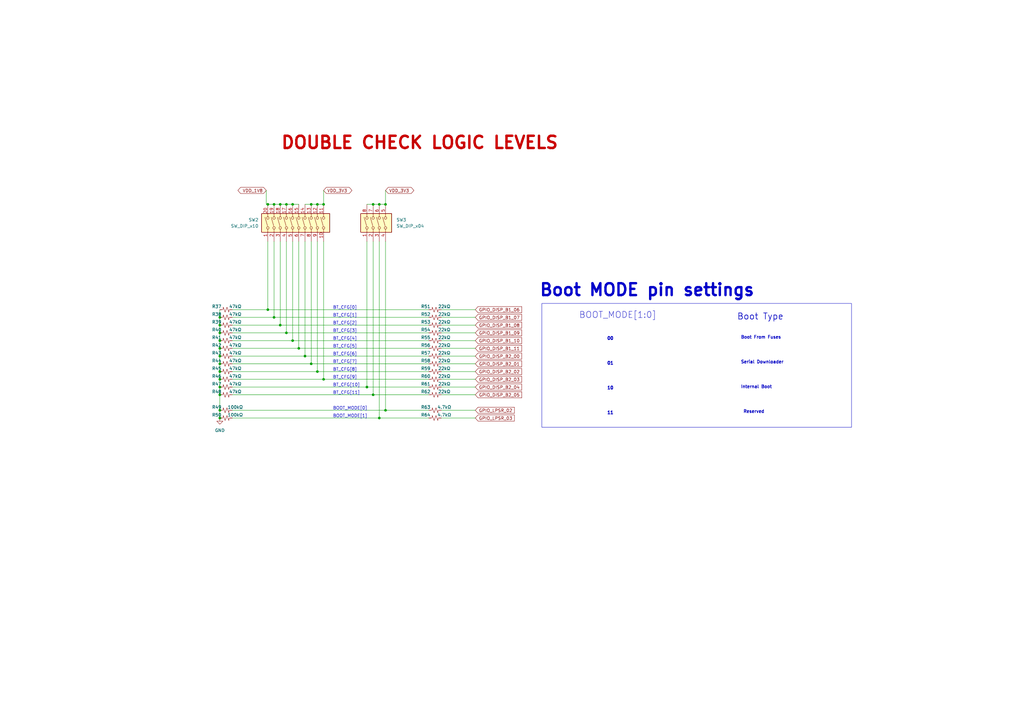
<source format=kicad_sch>
(kicad_sch (version 20231120) (generator "eeschema") (generator_version "8.0")
  (paper "A3")
  (title_block (title "Soldermander") (date "2024-02-27") (rev "1.0") (company "Stanford Student Space Initiative") (comment 1 "RE: Flynn Dreilinger"))
  (lib_symbols
    (symbol "Device:R_Small_US" (pin_numbers hide) (pin_names (offset 0.254) hide)
      (property "Reference" "R" (at 0.762 0.508 0))
      (property "Value" "R_Small_US" (at 0.762 -1.016 0))
      (symbol "R_Small_US_1_1"
        (polyline (pts (xy 0 0) (xy 1.016 -0.381) (xy 0 -0.762) (xy -1.016 -1.143) (xy 0 -1.27)))
        (polyline (pts (xy 0 1.27) (xy 1.016 1.143) (xy 0 0.762) (xy -1.016 0.381) (xy 0 0)))
        (pin passive line (at 0 2.54 270) (length 1.016) (name "~") (number "1"))
        (pin passive line (at 0 -2.54 90) (length 1.016) (name "~") (number "2"))
      )
    )
    (symbol "Switch:SW_DIP_x04" (pin_names (offset 0) hide)
      (property "Reference" "SW" (at 0 8.89 0))
      (property "Value" "SW_DIP_x04" (at 0 -6.35 0))
      (symbol "SW_DIP_x04_0_0"
        (circle (center -2.032 -2.54) (radius 0.508))
        (circle (center -2.032 0) (radius 0.508))
        (circle (center -2.032 2.54) (radius 0.508))
        (circle (center -2.032 5.08) (radius 0.508))
        (polyline (pts (xy -1.27 -2.3876) (xy 2.3622 -1.3462)))
        (polyline (pts (xy -1.27 0.127) (xy 2.3622 1.1684)))
        (polyline (pts (xy -1.27 2.667) (xy 2.3622 3.7084)))
        (polyline (pts (xy -1.27 5.207) (xy 2.3622 6.2484)))
        (circle (center 2.032 -2.54) (radius 0.508))
        (circle (center 2.032 0) (radius 0.508))
        (circle (center 2.032 2.54) (radius 0.508))
        (circle (center 2.032 5.08) (radius 0.508))
      )
      (symbol "SW_DIP_x04_0_1"
        (rectangle (start -3.81 7.62) (end 3.81 -5.08) (stroke (width 0.254)) (fill (type background)))
      )
      (symbol "SW_DIP_x04_1_1"
        (pin passive line (at -7.62 5.08 0) (length 5.08) (name "~") (number "1"))
        (pin passive line (at -7.62 2.54 0) (length 5.08) (name "~") (number "2"))
        (pin passive line (at -7.62 0 0) (length 5.08) (name "~") (number "3"))
        (pin passive line (at -7.62 -2.54 0) (length 5.08) (name "~") (number "4"))
        (pin passive line (at 7.62 -2.54 180) (length 5.08) (name "~") (number "5"))
        (pin passive line (at 7.62 0 180) (length 5.08) (name "~") (number "6"))
        (pin passive line (at 7.62 2.54 180) (length 5.08) (name "~") (number "7"))
        (pin passive line (at 7.62 5.08 180) (length 5.08) (name "~") (number "8"))
      )
    )
    (symbol "Switch:SW_DIP_x10" (pin_names (offset 0) hide)
      (property "Reference" "SW" (at 0 16.51 0))
      (property "Value" "SW_DIP_x10" (at 0 -13.97 0))
      (symbol "SW_DIP_x10_0_0"
        (circle (center -2.032 -10.16) (radius 0.508))
        (circle (center -2.032 -7.62) (radius 0.508))
        (circle (center -2.032 -5.08) (radius 0.508))
        (circle (center -2.032 -2.54) (radius 0.508))
        (circle (center -2.032 0) (radius 0.508))
        (circle (center -2.032 2.54) (radius 0.508))
        (circle (center -2.032 5.08) (radius 0.508))
        (circle (center -2.032 7.62) (radius 0.508))
        (circle (center -2.032 10.16) (radius 0.508))
        (circle (center -2.032 12.7) (radius 0.508))
        (polyline (pts (xy -1.27 -10.0076) (xy 2.3622 -8.9662)))
        (polyline (pts (xy -1.27 -7.4676) (xy 2.3622 -6.4262)))
        (polyline (pts (xy -1.27 -4.9276) (xy 2.3622 -3.8862)))
        (polyline (pts (xy -1.27 -2.3876) (xy 2.3622 -1.3462)))
        (polyline (pts (xy -1.27 0.127) (xy 2.3622 1.1684)))
        (polyline (pts (xy -1.27 2.667) (xy 2.3622 3.7084)))
        (polyline (pts (xy -1.27 5.207) (xy 2.3622 6.2484)))
        (polyline (pts (xy -1.27 7.747) (xy 2.3622 8.7884)))
        (polyline (pts (xy -1.27 10.287) (xy 2.3622 11.3284)))
        (polyline (pts (xy -1.27 12.827) (xy 2.3622 13.8684)))
        (circle (center 2.032 -10.16) (radius 0.508))
        (circle (center 2.032 -7.62) (radius 0.508))
        (circle (center 2.032 -5.08) (radius 0.508))
        (circle (center 2.032 -2.54) (radius 0.508))
        (circle (center 2.032 0) (radius 0.508))
        (circle (center 2.032 2.54) (radius 0.508))
        (circle (center 2.032 5.08) (radius 0.508))
        (circle (center 2.032 7.62) (radius 0.508))
        (circle (center 2.032 10.16) (radius 0.508))
        (circle (center 2.032 12.7) (radius 0.508))
      )
      (symbol "SW_DIP_x10_0_1"
        (rectangle (start -3.81 15.24) (end 3.81 -12.7) (stroke (width 0.254)) (fill (type background)))
      )
      (symbol "SW_DIP_x10_1_1"
        (pin passive line (at -7.62 12.7 0) (length 5.08) (name "~") (number "1"))
        (pin passive line (at -7.62 -10.16 0) (length 5.08) (name "~") (number "10"))
        (pin passive line (at 7.62 -10.16 180) (length 5.08) (name "~") (number "11"))
        (pin passive line (at 7.62 -7.62 180) (length 5.08) (name "~") (number "12"))
        (pin passive line (at 7.62 -5.08 180) (length 5.08) (name "~") (number "13"))
        (pin passive line (at 7.62 -2.54 180) (length 5.08) (name "~") (number "14"))
        (pin passive line (at 7.62 0 180) (length 5.08) (name "~") (number "15"))
        (pin passive line (at 7.62 2.54 180) (length 5.08) (name "~") (number "16"))
        (pin passive line (at 7.62 5.08 180) (length 5.08) (name "~") (number "17"))
        (pin passive line (at 7.62 7.62 180) (length 5.08) (name "~") (number "18"))
        (pin passive line (at 7.62 10.16 180) (length 5.08) (name "~") (number "19"))
        (pin passive line (at -7.62 10.16 0) (length 5.08) (name "~") (number "2"))
        (pin passive line (at 7.62 12.7 180) (length 5.08) (name "~") (number "20"))
        (pin passive line (at -7.62 7.62 0) (length 5.08) (name "~") (number "3"))
        (pin passive line (at -7.62 5.08 0) (length 5.08) (name "~") (number "4"))
        (pin passive line (at -7.62 2.54 0) (length 5.08) (name "~") (number "5"))
        (pin passive line (at -7.62 0 0) (length 5.08) (name "~") (number "6"))
        (pin passive line (at -7.62 -2.54 0) (length 5.08) (name "~") (number "7"))
        (pin passive line (at -7.62 -5.08 0) (length 5.08) (name "~") (number "8"))
        (pin passive line (at -7.62 -7.62 0) (length 5.08) (name "~") (number "9"))
      )
    )
    (symbol "power:GND" (power) (pin_names (offset 0))
      (property "Value" "GND" (at 0 -3.81 0))
      (symbol "GND_0_1"
        (polyline (pts (xy 0 0) (xy 0 -1.27) (xy 1.27 -1.27) (xy 0 -2.54) (xy -1.27 -1.27) (xy 0 -1.27)))
      )
      (symbol "GND_1_1"
        (pin power_in line (at 0 0 270) (length 0) hide (name "GND") (number "1"))
      )
    )
  )
  (junction (at 114.935 83.82))
  (junction (at 90.17 171.45))
  (junction (at 90.17 136.525))
  (junction (at 90.17 168.275))
  (junction (at 155.575 83.82))
  (junction (at 125.095 146.05))
  (junction (at 90.17 142.875))
  (junction (at 112.395 83.82))
  (junction (at 132.715 83.82))
  (junction (at 109.855 83.82))
  (junction (at 120.015 83.82))
  (junction (at 122.555 142.875))
  (junction (at 90.17 130.175))
  (junction (at 127.635 83.82))
  (junction (at 90.17 133.35))
  (junction (at 130.175 152.4))
  (junction (at 158.115 83.82))
  (junction (at 158.115 168.275))
  (junction (at 155.575 171.45))
  (junction (at 132.715 155.575))
  (junction (at 150.495 158.75))
  (junction (at 153.035 83.82))
  (junction (at 90.17 161.925))
  (junction (at 130.175 83.82))
  (junction (at 90.17 149.225))
  (junction (at 127.635 149.225))
  (junction (at 114.935 133.35))
  (junction (at 117.475 83.82))
  (junction (at 112.395 130.175))
  (junction (at 90.17 146.05))
  (junction (at 117.475 136.525))
  (junction (at 153.035 161.925))
  (junction (at 90.17 139.7))
  (junction (at 90.17 152.4))
  (junction (at 120.015 139.7))
  (junction (at 90.17 158.75))
  (junction (at 90.17 155.575))
  (junction (at 109.855 127))
  (wire (pts (xy 153.035 99.06) (xy 153.035 161.925)))
  (wire (pts (xy 112.395 83.82) (xy 114.935 83.82)))
  (wire (pts (xy 90.17 146.05) (xy 90.17 149.225)))
  (wire (pts (xy 180.975 139.7) (xy 194.945 139.7)))
  (wire (pts (xy 180.975 155.575) (xy 194.945 155.575)))
  (wire (pts (xy 130.175 152.4) (xy 175.895 152.4)))
  (wire (pts (xy 95.25 155.575) (xy 132.715 155.575)))
  (wire (pts (xy 180.975 152.4) (xy 194.945 152.4)))
  (wire (pts (xy 120.015 83.82) (xy 122.555 83.82)))
  (wire (pts (xy 150.495 83.82) (xy 153.035 83.82)))
  (wire (pts (xy 90.17 152.4) (xy 90.17 155.575)))
  (wire (pts (xy 95.25 171.45) (xy 155.575 171.45)))
  (wire (pts (xy 153.035 161.925) (xy 175.895 161.925)))
  (wire (pts (xy 132.715 155.575) (xy 175.895 155.575)))
  (wire (pts (xy 180.975 149.225) (xy 194.945 149.225)))
  (wire (pts (xy 112.395 99.06) (xy 112.395 130.175)))
  (wire (pts (xy 95.25 142.875) (xy 122.555 142.875)))
  (wire (pts (xy 180.975 168.275) (xy 194.945 168.275)))
  (wire (pts (xy 150.495 99.06) (xy 150.495 158.75)))
  (wire (pts (xy 150.495 158.75) (xy 175.895 158.75)))
  (wire (pts (xy 180.975 127) (xy 194.945 127)))
  (wire (pts (xy 90.17 127) (xy 90.17 130.175)))
  (wire (pts (xy 90.17 139.7) (xy 90.17 142.875)))
  (wire (pts (xy 90.17 155.575) (xy 90.17 158.75)))
  (wire (pts (xy 180.975 158.75) (xy 194.945 158.75)))
  (wire (pts (xy 180.975 171.45) (xy 194.945 171.45)))
  (wire (pts (xy 158.115 78.105) (xy 158.115 83.82)))
  (wire (pts (xy 180.975 161.925) (xy 194.945 161.925)))
  (wire (pts (xy 114.935 83.82) (xy 117.475 83.82)))
  (wire (pts (xy 180.975 142.875) (xy 194.945 142.875)))
  (wire (pts (xy 153.035 83.82) (xy 155.575 83.82)))
  (wire (pts (xy 95.25 133.35) (xy 114.935 133.35)))
  (wire (pts (xy 132.715 78.105) (xy 132.715 83.82)))
  (wire (pts (xy 155.575 83.82) (xy 158.115 83.82)))
  (wire (pts (xy 95.25 127) (xy 109.855 127)))
  (wire (pts (xy 127.635 149.225) (xy 175.895 149.225)))
  (wire (pts (xy 158.115 168.275) (xy 175.895 168.275)))
  (wire (pts (xy 122.555 99.06) (xy 122.555 142.875)))
  (wire (pts (xy 90.17 136.525) (xy 90.17 139.7)))
  (wire (pts (xy 127.635 99.06) (xy 127.635 149.225)))
  (wire (pts (xy 90.17 149.225) (xy 90.17 152.4)))
  (wire (pts (xy 90.17 142.875) (xy 90.17 146.05)))
  (wire (pts (xy 130.175 83.82) (xy 132.715 83.82)))
  (wire (pts (xy 109.855 127) (xy 175.895 127)))
  (wire (pts (xy 95.25 158.75) (xy 150.495 158.75)))
  (wire (pts (xy 95.25 146.05) (xy 125.095 146.05)))
  (wire (pts (xy 90.17 130.175) (xy 90.17 133.35)))
  (wire (pts (xy 95.25 168.275) (xy 158.115 168.275)))
  (wire (pts (xy 120.015 99.06) (xy 120.015 139.7)))
  (wire (pts (xy 109.855 99.06) (xy 109.855 127)))
  (wire (pts (xy 120.015 139.7) (xy 175.895 139.7)))
  (wire (pts (xy 90.17 158.75) (xy 90.17 161.925)))
  (wire (pts (xy 109.855 83.82) (xy 112.395 83.82)))
  (wire (pts (xy 180.975 146.05) (xy 194.945 146.05)))
  (wire (pts (xy 95.25 136.525) (xy 117.475 136.525)))
  (wire (pts (xy 117.475 99.06) (xy 117.475 136.525)))
  (wire (pts (xy 95.25 149.225) (xy 127.635 149.225)))
  (wire (pts (xy 95.25 152.4) (xy 130.175 152.4)))
  (wire (pts (xy 95.25 139.7) (xy 120.015 139.7)))
  (wire (pts (xy 130.175 99.06) (xy 130.175 152.4)))
  (wire (pts (xy 155.575 171.45) (xy 175.895 171.45)))
  (wire (pts (xy 114.935 133.35) (xy 175.895 133.35)))
  (wire (pts (xy 180.975 130.175) (xy 194.945 130.175)))
  (wire (pts (xy 132.715 99.06) (xy 132.715 155.575)))
  (wire (pts (xy 109.22 83.82) (xy 109.855 83.82)))
  (wire (pts (xy 90.17 161.925) (xy 90.17 168.275)))
  (wire (pts (xy 90.17 133.35) (xy 90.17 136.525)))
  (wire (pts (xy 109.22 78.105) (xy 109.22 83.82)))
  (wire (pts (xy 125.095 146.05) (xy 175.895 146.05)))
  (wire (pts (xy 114.935 99.06) (xy 114.935 133.35)))
  (wire (pts (xy 95.25 130.175) (xy 112.395 130.175)))
  (wire (pts (xy 180.975 136.525) (xy 194.945 136.525)))
  (wire (pts (xy 158.115 99.06) (xy 158.115 168.275)))
  (wire (pts (xy 180.975 133.35) (xy 194.945 133.35)))
  (wire (pts (xy 155.575 99.06) (xy 155.575 171.45)))
  (wire (pts (xy 127.635 83.82) (xy 130.175 83.82)))
  (wire (pts (xy 95.25 161.925) (xy 153.035 161.925)))
  (wire (pts (xy 112.395 130.175) (xy 175.895 130.175)))
  (wire (pts (xy 122.555 142.875) (xy 175.895 142.875)))
  (wire (pts (xy 125.095 83.82) (xy 127.635 83.82)))
  (wire (pts (xy 117.475 136.525) (xy 175.895 136.525)))
  (wire (pts (xy 90.17 168.275) (xy 90.17 171.45)))
  (wire (pts (xy 125.095 99.06) (xy 125.095 146.05)))
  (wire (pts (xy 117.475 83.82) (xy 120.015 83.82)))
  (rectangle (start 222.25 124.46) (end 349.25 175.26))
  (text "BOOT_MODE[1]" (at 136.525 171.45 0) (effects (font (size 1.27 1.27)) (justify left bottom)))
  (text "Internal Boot" (at 303.784 159.512 0) (effects (font (size 1.27 1.27) (thickness 0.2438) (bold yes)) (justify left bottom)))
  (text "11" (at 248.92 170.18 0) (effects (font (size 1.27 1.27) (thickness 0.3048) (bold yes)) (justify left bottom)))
  (text "DOUBLE CHECK LOGIC LEVELS\n" (at 114.935 61.595 0) (effects (font (size 5 5) (thickness 1) (bold yes)) (justify left bottom)))
  (text "BT_CFG[10]" (at 136.525 158.75 0) (effects (font (size 1.27 1.27)) (justify left bottom)))
  (text "10" (at 248.92 160.02 0) (effects (font (size 1.27 1.27) (thickness 0.3048) (bold yes)) (justify left bottom)))
  (text "BT_CFG[6]" (at 136.525 146.05 0) (effects (font (size 1.27 1.27)) (justify left bottom)))
  (text "BT_CFG[8]" (at 136.525 152.4 0) (effects (font (size 1.27 1.27)) (justify left bottom)))
  (text "Serial Downloader" (at 303.784 149.352 0) (effects (font (size 1.27 1.27) (thickness 0.2438) (bold yes)) (justify left bottom)))
  (text "BT_CFG[2]" (at 136.525 133.35 0) (effects (font (size 1.27 1.27)) (justify left bottom)))
  (text "BT_CFG[4]" (at 136.525 139.7 0) (effects (font (size 1.27 1.27)) (justify left bottom)))
  (text "BT_CFG[9]" (at 136.525 155.575 0) (effects (font (size 1.27 1.27)) (justify left bottom)))
  (text "00" (at 248.92 139.7 0) (effects (font (size 1.27 1.27) (thickness 0.3048) (bold yes)) (justify left bottom)))
  (text "Boot From Fuses" (at 303.784 139.192 0) (effects (font (size 1.27 1.27) (thickness 0.2438) (bold yes)) (justify left bottom)))
  (text "BT_CFG[1]" (at 136.525 130.175 0) (effects (font (size 1.27 1.27)) (justify left bottom)))
  (text "Reserved" (at 304.8 169.672 0) (effects (font (size 1.27 1.27) (thickness 0.2438) (bold yes)) (justify left bottom)))
  (text "BT_CFG[0]" (at 136.525 127 0) (effects (font (size 1.27 1.27)) (justify left bottom)))
  (text "BT_CFG[11]" (at 136.525 161.925 0) (effects (font (size 1.27 1.27)) (justify left bottom)))
  (text "BOOT_MODE[1:0]" (at 237.49 130.81 0) (effects (font (size 2.54 2.54)) (justify left bottom)))
  (text "BT_CFG[5]" (at 136.525 142.875 0) (effects (font (size 1.27 1.27)) (justify left bottom)))
  (text "01" (at 248.92 149.86 0) (effects (font (size 1.27 1.27) (thickness 0.3048) (bold yes)) (justify left bottom)))
  (text "BOOT_MODE[0]" (at 136.525 168.275 0) (effects (font (size 1.27 1.27)) (justify left bottom)))
  (text "Boot Type" (at 302.26 131.445 0) (effects (font (size 2.54 2.54) (thickness 0.2438) (bold yes)) (justify left bottom)))
  (text "Boot MODE pin settings" (at 220.98 121.92 0) (effects (font (size 4.8768 4.8768) (thickness 0.9754) (bold yes)) (justify left bottom)))
  (text "BT_CFG[3]" (at 136.525 136.525 0) (effects (font (size 1.27 1.27)) (justify left bottom)))
  (text "BT_CFG[7]" (at 136.525 149.225 0) (effects (font (size 1.27 1.27)) (justify left bottom)))
  (global_label "GPIO_DISP_B1_09" (shape input) (at 194.945 136.525 0) (property "Intersheetrefs" "${INTERSHEET_REFS}" (effects (hide yes))))
  (global_label "GPIO_DISP_B1_07" (shape input) (at 194.945 130.175 0) (property "Intersheetrefs" "${INTERSHEET_REFS}" (effects (hide yes))))
  (global_label "GPIO_DISP_B1_08" (shape input) (at 194.945 133.35 0) (property "Intersheetrefs" "${INTERSHEET_REFS}" (effects (hide yes))))
  (global_label "GPIO_DISP_B2_04" (shape input) (at 194.945 158.75 0) (property "Intersheetrefs" "${INTERSHEET_REFS}" (effects (hide yes))))
  (global_label "GPIO_DISP_B2_03" (shape input) (at 194.945 155.575 0) (property "Intersheetrefs" "${INTERSHEET_REFS}" (effects (hide yes))))
  (global_label "GPIO_DISP_B1_11" (shape input) (at 194.945 142.875 0) (property "Intersheetrefs" "${INTERSHEET_REFS}" (effects (hide yes))))
  (global_label "GPIO_LPSR_03" (shape input) (at 194.945 171.45 0) (property "Intersheetrefs" "${INTERSHEET_REFS}" (effects (hide yes))))
  (global_label "GPIO_DISP_B2_00" (shape input) (at 194.945 146.05 0) (property "Intersheetrefs" "${INTERSHEET_REFS}" (effects (hide yes))))
  (global_label "GPIO_DISP_B1_06" (shape input) (at 194.945 127 0) (property "Intersheetrefs" "${INTERSHEET_REFS}" (effects (hide yes))))
  (global_label "GPIO_DISP_B2_01" (shape input) (at 194.945 149.225 0) (property "Intersheetrefs" "${INTERSHEET_REFS}" (effects (hide yes))))
  (global_label "VDD_3V3" (shape bidirectional) (at 132.715 78.105 0) (property "Intersheetrefs" "${INTERSHEET_REFS}" (effects (hide yes))))
  (global_label "GPIO_LPSR_02" (shape input) (at 194.945 168.275 0) (property "Intersheetrefs" "${INTERSHEET_REFS}" (effects (hide yes))))
  (global_label "VDD_1V8" (shape bidirectional) (at 109.22 78.105 180) (property "Intersheetrefs" "${INTERSHEET_REFS}" (effects (hide yes))))
  (global_label "GPIO_DISP_B2_05" (shape input) (at 194.945 161.925 0) (property "Intersheetrefs" "${INTERSHEET_REFS}" (effects (hide yes))))
  (global_label "VDD_3V3" (shape bidirectional) (at 158.115 78.105 0) (property "Intersheetrefs" "${INTERSHEET_REFS}" (effects (hide yes))))
  (global_label "GPIO_DISP_B2_02" (shape input) (at 194.945 152.4 0) (property "Intersheetrefs" "${INTERSHEET_REFS}" (effects (hide yes))))
  (global_label "GPIO_DISP_B1_10" (shape input) (at 194.945 139.7 0) (property "Intersheetrefs" "${INTERSHEET_REFS}" (effects (hide yes))))
  (symbol (lib_id "Device:R_Small_US") (at 92.71 127 90) (unit 1)
    (property "Reference" "R37" (at 88.9 125.73 90))
    (property "Value" "47kΩ" (at 96.52 125.73 90))
    (property "Footprint" "Resistor_SMD:R_0402_1005Metric" (effects (hide yes)))
    (property "Footprint (for JLCPCB)" "0402" (effects (hide yes)))
  )
  (symbol (lib_id "Device:R_Small_US") (at 178.435 168.275 90) (unit 1)
    (property "Reference" "R63" (at 174.625 167.005 90))
    (property "Value" "4.7kΩ" (at 182.245 167.005 90))
    (property "Footprint" "Resistor_SMD:R_0402_1005Metric" (effects (hide yes)))
    (property "Footprint (for JLCPCB)" "0402" (effects (hide yes)))
  )
  (symbol (lib_id "Device:R_Small_US") (at 178.435 158.75 90) (unit 1)
    (property "Reference" "R61" (at 174.625 157.48 90))
    (property "Value" "22kΩ" (at 182.245 157.48 90))
    (property "Footprint" "Resistor_SMD:R_0402_1005Metric" (effects (hide yes)))
    (property "Footprint (for JLCPCB)" "0402" (effects (hide yes)))
  )
  (symbol (lib_id "Device:R_Small_US") (at 92.71 136.525 90) (unit 1)
    (property "Reference" "R40" (at 88.9 135.255 90))
    (property "Value" "47kΩ" (at 96.52 135.255 90))
    (property "Footprint" "Resistor_SMD:R_0402_1005Metric" (effects (hide yes)))
    (property "Footprint (for JLCPCB)" "0402" (effects (hide yes)))
  )
  (symbol (lib_id "Device:R_Small_US") (at 92.71 133.35 90) (unit 1)
    (property "Reference" "R39" (at 88.9 132.08 90))
    (property "Value" "47kΩ" (at 96.52 132.08 90))
    (property "Footprint" "Resistor_SMD:R_0402_1005Metric" (effects (hide yes)))
    (property "Footprint (for JLCPCB)" "0402" (effects (hide yes)))
  )
  (symbol (lib_id "Device:R_Small_US") (at 178.435 152.4 90) (unit 1)
    (property "Reference" "R59" (at 174.625 151.13 90))
    (property "Value" "22kΩ" (at 182.245 151.13 90))
    (property "Footprint" "Resistor_SMD:R_0402_1005Metric" (effects (hide yes)))
    (property "Footprint (for JLCPCB)" "0402" (effects (hide yes)))
  )
  (symbol (lib_id "Device:R_Small_US") (at 178.435 155.575 90) (unit 1)
    (property "Reference" "R60" (at 174.625 154.305 90))
    (property "Value" "22kΩ" (at 182.245 154.305 90))
    (property "Footprint" "Resistor_SMD:R_0402_1005Metric" (effects (hide yes)))
    (property "Footprint (for JLCPCB)" "0402" (effects (hide yes)))
  )
  (symbol (lib_id "Device:R_Small_US") (at 92.71 146.05 90) (unit 1)
    (property "Reference" "R43" (at 88.9 144.78 90))
    (property "Value" "47kΩ" (at 96.52 144.78 90))
    (property "Footprint" "Resistor_SMD:R_0402_1005Metric" (effects (hide yes)))
    (property "Footprint (for JLCPCB)" "0402" (effects (hide yes)))
  )
  (symbol (lib_id "Device:R_Small_US") (at 92.71 161.925 90) (unit 1)
    (property "Reference" "R48" (at 88.9 160.655 90))
    (property "Value" "47kΩ" (at 96.52 160.655 90))
    (property "Footprint" "Resistor_SMD:R_0402_1005Metric" (effects (hide yes)))
    (property "Footprint (for JLCPCB)" "0402" (effects (hide yes)))
  )
  (symbol (lib_id "Device:R_Small_US") (at 178.435 136.525 90) (unit 1)
    (property "Reference" "R54" (at 174.625 135.255 90))
    (property "Value" "22kΩ" (at 182.245 135.255 90))
    (property "Footprint" "Resistor_SMD:R_0402_1005Metric" (effects (hide yes)))
    (property "Footprint (for JLCPCB)" "0402" (effects (hide yes)))
  )
  (symbol (lib_id "Device:R_Small_US") (at 178.435 130.175 90) (unit 1)
    (property "Reference" "R52" (at 174.625 128.905 90))
    (property "Value" "22kΩ" (at 182.245 128.905 90))
    (property "Footprint" "Resistor_SMD:R_0402_1005Metric" (effects (hide yes)))
    (property "Footprint (for JLCPCB)" "0402" (effects (hide yes)))
  )
  (symbol (lib_id "Device:R_Small_US") (at 92.71 139.7 90) (unit 1)
    (property "Reference" "R41" (at 88.9 138.43 90))
    (property "Value" "47kΩ" (at 96.52 138.43 90))
    (property "Footprint" "Resistor_SMD:R_0402_1005Metric" (effects (hide yes)))
    (property "Footprint (for JLCPCB)" "0402" (effects (hide yes)))
  )
  (symbol (lib_id "Device:R_Small_US") (at 92.71 168.275 90) (unit 1)
    (property "Reference" "R49" (at 88.9 167.005 90))
    (property "Value" "100kΩ" (at 96.52 167.005 90))
    (property "Footprint" "Resistor_SMD:R_0402_1005Metric" (effects (hide yes)))
    (property "Footprint (for JLCPCB)" "0402" (effects (hide yes)))
  )
  (symbol (lib_id "power:GND") (at 90.17 171.45 0) (unit 1)
    (property "Reference" "#PWR068" (effects (hide yes)))
    (property "Value" "GND" (at 90.17 176.53 0))
  )
  (symbol (lib_id "Device:R_Small_US") (at 178.435 133.35 90) (unit 1)
    (property "Reference" "R53" (at 174.625 132.08 90))
    (property "Value" "22kΩ" (at 182.245 132.08 90))
    (property "Footprint" "Resistor_SMD:R_0402_1005Metric" (effects (hide yes)))
    (property "Footprint (for JLCPCB)" "0402" (effects (hide yes)))
  )
  (symbol (lib_id "Device:R_Small_US") (at 92.71 152.4 90) (unit 1)
    (property "Reference" "R45" (at 88.9 151.13 90))
    (property "Value" "47kΩ" (at 96.52 151.13 90))
    (property "Footprint" "Resistor_SMD:R_0402_1005Metric" (effects (hide yes)))
    (property "Footprint (for JLCPCB)" "0402" (effects (hide yes)))
  )
  (symbol (lib_id "Device:R_Small_US") (at 178.435 149.225 90) (unit 1)
    (property "Reference" "R58" (at 174.625 147.955 90))
    (property "Value" "22kΩ" (at 182.245 147.955 90))
    (property "Footprint" "Resistor_SMD:R_0402_1005Metric" (effects (hide yes)))
    (property "Footprint (for JLCPCB)" "0402" (effects (hide yes)))
  )
  (symbol (lib_id "Device:R_Small_US") (at 178.435 139.7 90) (unit 1)
    (property "Reference" "R55" (at 174.625 138.43 90))
    (property "Value" "22kΩ" (at 182.245 138.43 90))
    (property "Footprint" "Resistor_SMD:R_0402_1005Metric" (effects (hide yes)))
    (property "Footprint (for JLCPCB)" "0402" (effects (hide yes)))
  )
  (symbol (lib_id "Device:R_Small_US") (at 92.71 158.75 90) (unit 1)
    (property "Reference" "R47" (at 88.9 157.48 90))
    (property "Value" "47kΩ" (at 96.52 157.48 90))
    (property "Footprint" "Resistor_SMD:R_0402_1005Metric" (effects (hide yes)))
    (property "Footprint (for JLCPCB)" "0402" (effects (hide yes)))
  )
  (symbol (lib_id "Device:R_Small_US") (at 178.435 146.05 90) (unit 1)
    (property "Reference" "R57" (at 174.625 144.78 90))
    (property "Value" "22kΩ" (at 182.245 144.78 90))
    (property "Footprint" "Resistor_SMD:R_0402_1005Metric" (effects (hide yes)))
    (property "Footprint (for JLCPCB)" "0402" (effects (hide yes)))
  )
  (symbol (lib_id "Device:R_Small_US") (at 178.435 161.925 90) (unit 1)
    (property "Reference" "R62" (at 174.625 160.655 90))
    (property "Value" "22kΩ" (at 182.245 160.655 90))
    (property "Footprint" "Resistor_SMD:R_0402_1005Metric" (effects (hide yes)))
    (property "Footprint (for JLCPCB)" "0402" (effects (hide yes)))
  )
  (symbol (lib_id "Device:R_Small_US") (at 178.435 171.45 90) (unit 1)
    (property "Reference" "R64" (at 174.625 170.18 90))
    (property "Value" "4.7kΩ" (at 182.245 170.18 90))
    (property "Footprint" "Resistor_SMD:R_0402_1005Metric" (effects (hide yes)))
    (property "Footprint (for JLCPCB)" "0402" (effects (hide yes)))
  )
  (symbol (lib_id "Device:R_Small_US") (at 92.71 149.225 90) (unit 1)
    (property "Reference" "R44" (at 88.9 147.955 90))
    (property "Value" "47kΩ" (at 96.52 147.955 90))
    (property "Footprint" "Resistor_SMD:R_0402_1005Metric" (effects (hide yes)))
    (property "Footprint (for JLCPCB)" "0402" (effects (hide yes)))
  )
  (symbol (lib_id "Device:R_Small_US") (at 178.435 142.875 90) (unit 1)
    (property "Reference" "R56" (at 174.625 141.605 90))
    (property "Value" "22kΩ" (at 182.245 141.605 90))
    (property "Footprint" "Resistor_SMD:R_0402_1005Metric" (effects (hide yes)))
    (property "Footprint (for JLCPCB)" "0402" (effects (hide yes)))
  )
  (symbol (lib_id "Device:R_Small_US") (at 178.435 127 90) (unit 1)
    (property "Reference" "R51" (at 174.625 125.73 90))
    (property "Value" "22kΩ" (at 182.245 125.73 90))
    (property "Footprint" "Resistor_SMD:R_0402_1005Metric" (effects (hide yes)))
    (property "Footprint (for JLCPCB)" "0402" (effects (hide yes)))
  )
  (symbol (lib_id "Device:R_Small_US") (at 92.71 130.175 90) (unit 1)
    (property "Reference" "R38" (at 88.9 128.905 90))
    (property "Value" "47kΩ" (at 96.52 128.905 90))
    (property "Footprint" "Resistor_SMD:R_0402_1005Metric" (effects (hide yes)))
    (property "Footprint (for JLCPCB)" "0402" (effects (hide yes)))
  )
  (symbol (lib_id "Device:R_Small_US") (at 92.71 142.875 90) (unit 1)
    (property "Reference" "R42" (at 88.9 141.605 90))
    (property "Value" "47kΩ" (at 96.52 141.605 90))
    (property "Footprint" "Resistor_SMD:R_0402_1005Metric" (effects (hide yes)))
    (property "Footprint (for JLCPCB)" "0402" (effects (hide yes)))
  )
  (symbol (lib_id "Switch:SW_DIP_x10") (at 122.555 91.44 90) (unit 1)
    (property "Reference" "SW2" (at 106.045 90.17 90) (effects (justify left)))
    (property "Value" "SW_DIP_x10" (at 106.045 92.71 90) (effects (justify left)))
    (property "Footprint" "adcs:SW-SMD_DSHP10TS-S" (effects (hide yes)))
    (property "JLCPCB P/N Proto" "C319046" (effects (hide yes)))
    (property "Proto" "DSHP10TS-S" (effects (hide yes)))
  )
  (symbol (lib_id "Device:R_Small_US") (at 92.71 171.45 90) (unit 1)
    (property "Reference" "R50" (at 88.9 170.18 90))
    (property "Value" "100kΩ" (at 96.52 170.18 90))
    (property "Footprint" "Resistor_SMD:R_0402_1005Metric" (effects (hide yes)))
    (property "Footprint (for JLCPCB)" "0402" (effects (hide yes)))
  )
  (symbol (lib_id "Device:R_Small_US") (at 92.71 155.575 90) (unit 1)
    (property "Reference" "R46" (at 88.9 154.305 90))
    (property "Value" "47kΩ" (at 96.52 154.305 90))
    (property "Footprint" "Resistor_SMD:R_0402_1005Metric" (effects (hide yes)))
    (property "Footprint (for JLCPCB)" "0402" (effects (hide yes)))
  )
  (symbol (lib_id "Switch:SW_DIP_x04") (at 155.575 91.44 90) (unit 1)
    (property "Reference" "SW3" (at 162.56 90.17 90) (effects (justify right)))
    (property "Value" "SW_DIP_x04" (at 162.56 92.71 90) (effects (justify right)))
    (property "Footprint" "adcs:SW-SMD_8P-L6.7-W5.4-P1.27-LS8.5" (effects (hide yes)))
    (property "JLCPCB P/N Proto" "C319050" (effects (hide yes)))
    (property "Proto" "DSHP04TS-S" (effects (hide yes)))
  )
)
</source>
